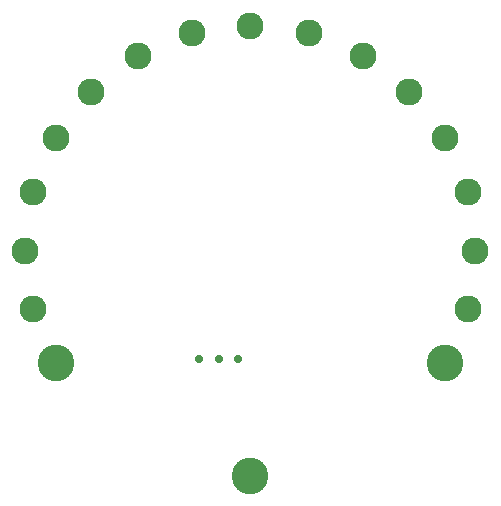
<source format=gbr>
%TF.GenerationSoftware,Altium Limited,Altium Designer,18.1.9 (240)*%
G04 Layer_Color=0*
%FSLAX26Y26*%
%MOIN*%
%TF.FileFunction,Plated,1,2,PTH,Drill*%
%TF.Part,Single*%
G01*
G75*
%TA.AperFunction,ComponentDrill*%
%ADD31C,0.090000*%
%TA.AperFunction,ViaDrill,NotFilled*%
%ADD32C,0.028000*%
%ADD33C,0.122047*%
D31*
X724000Y194000D02*
D03*
X-724000Y-194000D02*
D03*
X750000Y0D02*
D03*
X-750000D02*
D03*
X724000Y-194000D02*
D03*
X375000Y649500D02*
D03*
X194000Y724000D02*
D03*
X0Y750000D02*
D03*
X-194000Y724000D02*
D03*
X-375000Y649500D02*
D03*
X-530000Y530000D02*
D03*
X-649500Y375000D02*
D03*
X-724000Y194000D02*
D03*
X530000Y530000D02*
D03*
X650000Y375000D02*
D03*
D32*
X-170000Y-360000D02*
D03*
X-105000D02*
D03*
X-40000D02*
D03*
D33*
X0Y-750000D02*
D03*
X650000Y-375000D02*
D03*
X-649500D02*
D03*
%TF.MD5,c340a200c3d9e8e200d7ffda2f49e5e2*%
M02*

</source>
